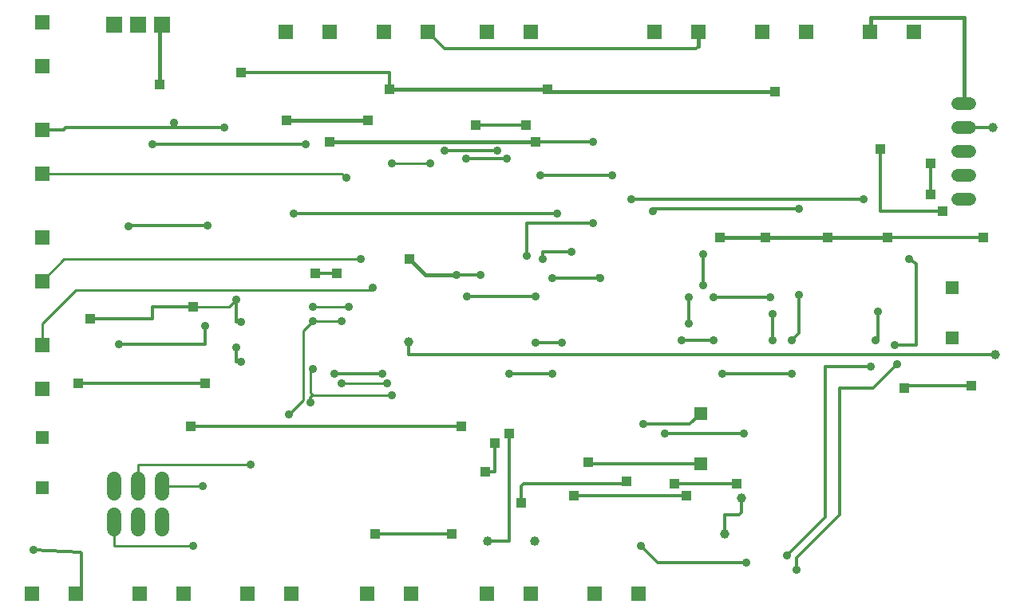
<source format=gbl>
G75*
%MOIN*%
%OFA0B0*%
%FSLAX25Y25*%
%IPPOS*%
%LPD*%
%AMOC8*
5,1,8,0,0,1.08239X$1,22.5*
%
%ADD10C,0.05200*%
%ADD11R,0.05543X0.05543*%
%ADD12R,0.06750X0.06750*%
%ADD13R,0.06150X0.06150*%
%ADD14C,0.03969*%
%ADD15C,0.06000*%
%ADD16C,0.03569*%
%ADD17R,0.03962X0.03962*%
%ADD18C,0.01200*%
%ADD19C,0.01600*%
%ADD20C,0.01000*%
%ADD21C,0.03962*%
D10*
X0399200Y0188495D02*
X0404400Y0188495D01*
X0404400Y0198495D02*
X0399200Y0198495D01*
X0399200Y0208495D02*
X0404400Y0208495D01*
X0404400Y0218495D02*
X0399200Y0218495D01*
X0399200Y0228495D02*
X0404400Y0228495D01*
D11*
X0396800Y0151495D03*
X0396800Y0130495D03*
X0291800Y0098995D03*
X0291800Y0077995D03*
X0016800Y0067995D03*
X0016800Y0088995D03*
D12*
X0046800Y0261495D03*
X0056800Y0261495D03*
X0066800Y0261495D03*
D13*
X0012548Y0023495D03*
X0031052Y0023495D03*
X0057548Y0023495D03*
X0076052Y0023495D03*
X0102548Y0023495D03*
X0121052Y0023495D03*
X0152548Y0023495D03*
X0171052Y0023495D03*
X0202548Y0023495D03*
X0221052Y0023495D03*
X0247548Y0023495D03*
X0266052Y0023495D03*
X0016800Y0109243D03*
X0016800Y0127747D03*
X0016800Y0154243D03*
X0016800Y0172747D03*
X0016800Y0199243D03*
X0016800Y0217747D03*
X0016800Y0244243D03*
X0016800Y0262747D03*
X0118548Y0258495D03*
X0137052Y0258495D03*
X0159548Y0258495D03*
X0178052Y0258495D03*
X0202548Y0258495D03*
X0221052Y0258495D03*
X0272548Y0258495D03*
X0291052Y0258495D03*
X0317548Y0258495D03*
X0336052Y0258495D03*
X0362548Y0258495D03*
X0381052Y0258495D03*
D14*
X0222643Y0045495D03*
X0202957Y0045495D03*
D15*
X0066800Y0050495D02*
X0066800Y0056495D01*
X0056800Y0056495D02*
X0056800Y0050495D01*
X0046800Y0050495D02*
X0046800Y0056495D01*
X0046800Y0065495D02*
X0046800Y0071495D01*
X0056800Y0071495D02*
X0056800Y0065495D01*
X0066800Y0065495D02*
X0066800Y0071495D01*
D16*
X0083800Y0068495D03*
X0103800Y0077495D03*
X0119800Y0098495D03*
X0128800Y0103495D03*
X0141800Y0111495D03*
X0138800Y0115495D03*
X0129800Y0117495D03*
X0129800Y0137495D03*
X0129800Y0143495D03*
X0141800Y0137495D03*
X0144800Y0143495D03*
X0154800Y0151495D03*
X0149800Y0163495D03*
X0121800Y0182495D03*
X0143800Y0197495D03*
X0162800Y0203495D03*
X0178800Y0203495D03*
X0184800Y0208995D03*
X0193800Y0205495D03*
X0206800Y0208995D03*
X0210800Y0205495D03*
X0224800Y0198495D03*
X0246800Y0212495D03*
X0254800Y0198495D03*
X0262800Y0188495D03*
X0271800Y0183495D03*
X0246800Y0178495D03*
X0231800Y0182495D03*
X0237800Y0166495D03*
X0225800Y0163495D03*
X0219300Y0164995D03*
X0229800Y0155495D03*
X0222800Y0147995D03*
X0199800Y0156995D03*
X0189800Y0156995D03*
X0194300Y0147995D03*
X0222800Y0128495D03*
X0233800Y0128495D03*
X0229800Y0115495D03*
X0211800Y0115495D03*
X0162800Y0106495D03*
X0160800Y0111495D03*
X0158800Y0115495D03*
X0099800Y0120495D03*
X0097800Y0126495D03*
X0099800Y0137235D03*
X0097800Y0146495D03*
X0084800Y0135495D03*
X0048800Y0127995D03*
X0053060Y0177235D03*
X0085800Y0177495D03*
X0062800Y0211495D03*
X0071800Y0220495D03*
X0092800Y0218495D03*
X0126800Y0211495D03*
X0249800Y0155495D03*
X0286800Y0147495D03*
X0292800Y0152495D03*
X0297300Y0147495D03*
X0286800Y0136495D03*
X0283800Y0129495D03*
X0297300Y0129495D03*
X0300800Y0115495D03*
X0321800Y0129495D03*
X0329800Y0129495D03*
X0321800Y0140495D03*
X0320800Y0147495D03*
X0332800Y0148495D03*
X0365800Y0141495D03*
X0364800Y0129495D03*
X0372800Y0127495D03*
X0373800Y0119495D03*
X0362800Y0118495D03*
X0329800Y0115495D03*
X0309800Y0090495D03*
X0276800Y0090495D03*
X0267800Y0094495D03*
X0266800Y0043495D03*
X0310800Y0036495D03*
X0327800Y0039495D03*
X0331800Y0033495D03*
X0378800Y0163495D03*
X0359800Y0188495D03*
X0332800Y0184495D03*
X0292800Y0165495D03*
X0079800Y0043495D03*
X0013300Y0041995D03*
D17*
X0078800Y0093495D03*
X0084800Y0111495D03*
X0036800Y0138495D03*
X0031800Y0111495D03*
X0079800Y0143495D03*
X0130800Y0157495D03*
X0139800Y0157495D03*
X0170300Y0163495D03*
X0136800Y0212495D03*
X0152800Y0221495D03*
X0161800Y0234495D03*
X0197800Y0219495D03*
X0218800Y0219495D03*
X0222800Y0212495D03*
X0227800Y0234495D03*
X0322800Y0233495D03*
X0366800Y0209495D03*
X0387800Y0203495D03*
X0387800Y0190495D03*
X0392800Y0183495D03*
X0409800Y0172495D03*
X0369800Y0172495D03*
X0344800Y0172495D03*
X0318800Y0172495D03*
X0299800Y0172495D03*
X0376800Y0109495D03*
X0404800Y0110495D03*
X0306800Y0069495D03*
X0285800Y0064495D03*
X0280800Y0069495D03*
X0260800Y0070495D03*
X0244800Y0078495D03*
X0238800Y0064495D03*
X0216800Y0061495D03*
X0201800Y0074495D03*
X0205800Y0086495D03*
X0211800Y0090495D03*
X0191800Y0093495D03*
X0187800Y0048495D03*
X0155800Y0048495D03*
X0118800Y0221495D03*
X0099800Y0241495D03*
X0065800Y0236495D03*
D18*
X0071800Y0220495D02*
X0071800Y0218495D01*
X0092800Y0218495D01*
X0071800Y0218495D02*
X0026548Y0218495D01*
X0025800Y0217747D01*
X0016800Y0217747D01*
X0062800Y0211495D02*
X0126800Y0211495D01*
X0161800Y0234495D02*
X0161800Y0241495D01*
X0099800Y0241495D01*
X0178052Y0258495D02*
X0185052Y0251495D01*
X0289800Y0251495D01*
X0290800Y0252495D01*
X0246800Y0212495D02*
X0222800Y0212495D01*
X0218800Y0219495D02*
X0197800Y0219495D01*
X0206800Y0208995D02*
X0184800Y0208995D01*
X0193800Y0205495D02*
X0210800Y0205495D01*
X0224800Y0198495D02*
X0254800Y0198495D01*
X0262800Y0188495D02*
X0359800Y0188495D01*
X0366800Y0183495D02*
X0392800Y0183495D01*
X0387800Y0190495D02*
X0387800Y0203495D01*
X0366800Y0209495D02*
X0366800Y0183495D01*
X0369800Y0172495D02*
X0409800Y0172495D01*
X0381800Y0161495D02*
X0378800Y0163495D01*
X0381800Y0161495D02*
X0381800Y0127495D01*
X0372800Y0127495D01*
X0365800Y0130495D02*
X0364800Y0129495D01*
X0365800Y0130495D02*
X0365800Y0141495D01*
X0362800Y0118495D02*
X0343800Y0118495D01*
X0343800Y0055495D01*
X0327800Y0039495D01*
X0331800Y0038495D02*
X0349800Y0056495D01*
X0349800Y0109495D01*
X0363800Y0109495D01*
X0373800Y0119495D01*
X0377800Y0110495D02*
X0404800Y0110495D01*
X0414800Y0123495D02*
X0169800Y0123495D01*
X0169800Y0128995D01*
X0158800Y0115495D02*
X0138800Y0115495D01*
X0129800Y0106495D02*
X0128800Y0105495D01*
X0128800Y0103495D01*
X0099800Y0120495D02*
X0097800Y0120495D01*
X0097800Y0126495D01*
X0084800Y0127995D02*
X0084800Y0135495D01*
X0084800Y0127995D02*
X0048800Y0127995D01*
X0036800Y0138495D02*
X0062800Y0138495D01*
X0062800Y0143495D01*
X0079800Y0143495D01*
X0097800Y0146495D02*
X0097800Y0137235D01*
X0099800Y0137235D01*
X0130800Y0157495D02*
X0139800Y0157495D01*
X0121800Y0182495D02*
X0231800Y0182495D01*
X0219300Y0178495D02*
X0246800Y0178495D01*
X0237800Y0166495D02*
X0225800Y0166495D01*
X0225800Y0163495D01*
X0219300Y0164995D02*
X0219300Y0178495D01*
X0199800Y0156995D02*
X0189800Y0156995D01*
X0194300Y0147995D02*
X0222800Y0147995D01*
X0229800Y0155495D02*
X0249800Y0155495D01*
X0248800Y0156495D01*
X0286800Y0147495D02*
X0286800Y0136495D01*
X0283800Y0129495D02*
X0297300Y0129495D01*
X0300800Y0115495D02*
X0329800Y0115495D01*
X0329800Y0129495D02*
X0332800Y0132495D01*
X0332800Y0148495D01*
X0320800Y0147495D02*
X0297300Y0147495D01*
X0292800Y0152495D02*
X0292800Y0165495D01*
X0272800Y0184495D02*
X0271800Y0183495D01*
X0272800Y0184495D02*
X0332800Y0184495D01*
X0321800Y0140495D02*
X0321800Y0129495D01*
X0291800Y0098995D02*
X0287300Y0094495D01*
X0267800Y0094495D01*
X0276800Y0090495D02*
X0309800Y0090495D01*
X0291800Y0077995D02*
X0245300Y0077995D01*
X0244800Y0078495D01*
X0260800Y0070495D02*
X0260800Y0069495D01*
X0217800Y0069495D01*
X0216800Y0068495D01*
X0216800Y0061495D01*
X0205800Y0074495D02*
X0201800Y0074495D01*
X0205800Y0074495D02*
X0205800Y0086495D01*
X0211800Y0090495D02*
X0211800Y0045495D01*
X0202957Y0045495D01*
X0187800Y0048495D02*
X0155800Y0048495D01*
X0191800Y0093495D02*
X0078800Y0093495D01*
X0084800Y0111495D02*
X0031800Y0111495D01*
X0053060Y0177235D02*
X0053320Y0177495D01*
X0085800Y0177495D01*
X0211800Y0115495D02*
X0229800Y0115495D01*
X0233800Y0128495D02*
X0222800Y0128495D01*
X0280800Y0069495D02*
X0306800Y0069495D01*
X0308800Y0063495D02*
X0308800Y0057495D01*
X0307800Y0056495D01*
X0301800Y0056495D01*
X0301800Y0048495D01*
X0310800Y0036495D02*
X0273800Y0036495D01*
X0266800Y0043495D01*
X0285800Y0064495D02*
X0238800Y0064495D01*
X0331800Y0038495D02*
X0331800Y0033495D01*
X0376800Y0109495D02*
X0377800Y0110495D01*
X0401800Y0218495D02*
X0413800Y0218495D01*
X0033300Y0040495D02*
X0033300Y0022995D01*
X0032800Y0023495D01*
X0031052Y0023495D01*
X0033300Y0040495D02*
X0032800Y0040995D01*
X0013300Y0041995D01*
D19*
X0170300Y0163495D02*
X0176800Y0156995D01*
X0189800Y0156995D01*
X0222800Y0212495D02*
X0136800Y0212495D01*
X0152800Y0221495D02*
X0118800Y0221495D01*
X0161800Y0234495D02*
X0227800Y0234495D01*
X0227800Y0233495D01*
X0322800Y0233495D01*
X0291052Y0252495D02*
X0291052Y0258495D01*
X0291052Y0252495D02*
X0290800Y0252495D01*
X0362548Y0258495D02*
X0362800Y0258495D01*
X0362800Y0264495D01*
X0401800Y0264495D01*
X0401800Y0228495D01*
X0369800Y0172495D02*
X0344800Y0172495D01*
X0318800Y0172495D01*
X0299800Y0172495D01*
X0065800Y0236495D02*
X0065800Y0261495D01*
X0066800Y0261495D01*
D20*
X0016800Y0199243D02*
X0142052Y0199243D01*
X0143800Y0197495D01*
X0162800Y0203495D02*
X0178800Y0203495D01*
X0149800Y0163495D02*
X0026052Y0163495D01*
X0016800Y0154243D01*
X0030800Y0150495D02*
X0153800Y0150495D01*
X0154800Y0151495D01*
X0144800Y0143495D02*
X0129800Y0143495D01*
X0129800Y0137495D02*
X0125800Y0133495D01*
X0125800Y0104495D01*
X0119800Y0098495D01*
X0128800Y0107495D02*
X0129800Y0106495D01*
X0162800Y0106495D01*
X0160800Y0111495D02*
X0141800Y0111495D01*
X0129800Y0117495D02*
X0128800Y0116495D01*
X0128800Y0107495D01*
X0129800Y0137495D02*
X0141800Y0137495D01*
X0097800Y0146495D02*
X0094800Y0143495D01*
X0079800Y0143495D01*
X0030800Y0150495D02*
X0016800Y0136495D01*
X0016800Y0127747D01*
X0056800Y0077495D02*
X0103800Y0077495D01*
X0083800Y0068495D02*
X0066800Y0068495D01*
X0056800Y0068495D02*
X0056800Y0077495D01*
X0046800Y0053495D02*
X0046800Y0043495D01*
X0079800Y0043495D01*
D21*
X0169800Y0128995D03*
X0301800Y0048495D03*
X0308800Y0063495D03*
X0414800Y0123495D03*
X0413800Y0218495D03*
M02*

</source>
